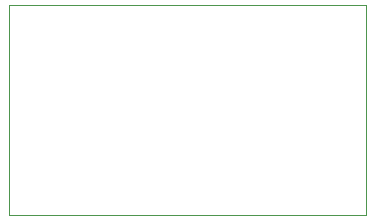
<source format=gm1>
G04 #@! TF.GenerationSoftware,KiCad,Pcbnew,(5.1.0-0)*
G04 #@! TF.CreationDate,2019-07-20T15:32:48+01:00*
G04 #@! TF.ProjectId,Li-ionCharger,4c692d69-6f6e-4436-9861-726765722e6b,rev?*
G04 #@! TF.SameCoordinates,Original*
G04 #@! TF.FileFunction,Profile,NP*
%FSLAX46Y46*%
G04 Gerber Fmt 4.6, Leading zero omitted, Abs format (unit mm)*
G04 Created by KiCad (PCBNEW (5.1.0-0)) date 2019-07-20 15:32:48*
%MOMM*%
%LPD*%
G04 APERTURE LIST*
%ADD10C,0.050000*%
G04 APERTURE END LIST*
D10*
X143256000Y-64008000D02*
X113030000Y-64008000D01*
X143256000Y-81788000D02*
X143256000Y-64008000D01*
X113030000Y-81788000D02*
X143256000Y-81788000D01*
X113030000Y-64008000D02*
X113030000Y-81788000D01*
M02*

</source>
